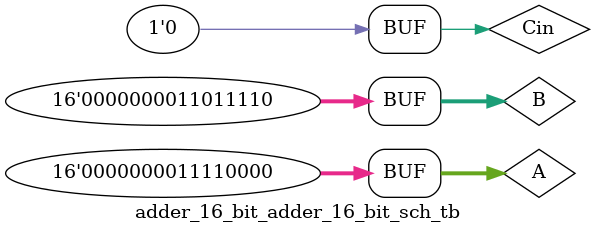
<source format=v>

`timescale 1ns / 1ps

module adder_16_bit_adder_16_bit_sch_tb();

// Inputs
   reg [15:0] A;
   reg [15:0] B;
   reg Cin;

// Output
   wire [15:0] S;
   wire Cout;

// Bidirs

// Instantiate the UUT
   adder_16_bit UUT (
		.A(A), 
		.B(B), 
		.S(S), 
		.Cout(Cout), 
		.Cin(Cin)
   );
// Initialize Inputs
	initial begin
		A[15:0] = 0;
		B[15:0] = 0;
		Cin = 0;
		A = 16'h12;
		B = 16'h34;
		#5;
		A = 16'h56;
		B = 16'h78;
		#5;
		A = 16'h9A;
		B = 16'hBC;
		#5;
		A = 16'hDE;
		B = 16'hF0;
		#5;
		A = 16'h34;
		B = 16'h12;
		#5;
		A = 16'h78;
		B = 16'h56;
		#5;
		A = 16'hBC;
		B = 16'h9A;
		#5;
		A = 16'hF0;
		B = 16'hDE;
		#5;
		
	end
endmodule

</source>
